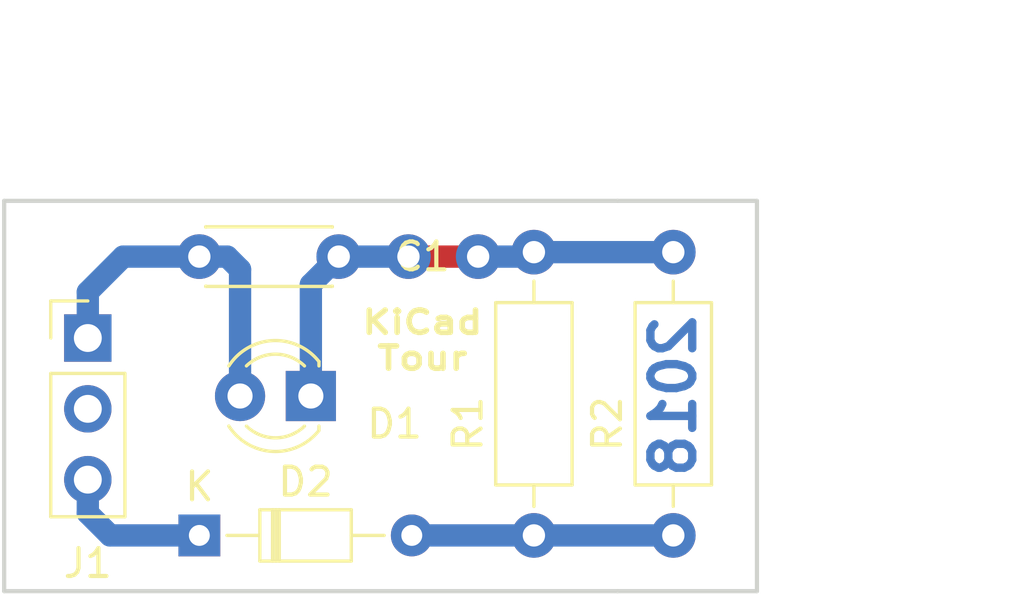
<source format=kicad_pcb>
(kicad_pcb (version 20171130) (host pcbnew "(5.0.0)")

  (general
    (thickness 1.6)
    (drawings 10)
    (tracks 20)
    (zones 0)
    (modules 6)
    (nets 6)
  )

  (page A4)
  (title_block
    (title "KiCad - Ejercicio 1")
    (date 2018-09-06)
    (rev 1)
    (company "Luis Herrera")
  )

  (layers
    (0 F.Cu signal hide)
    (31 B.Cu signal)
    (32 B.Adhes user)
    (33 F.Adhes user)
    (34 B.Paste user)
    (35 F.Paste user)
    (36 B.SilkS user)
    (37 F.SilkS user)
    (38 B.Mask user)
    (39 F.Mask user)
    (40 Dwgs.User user)
    (41 Cmts.User user)
    (42 Eco1.User user)
    (43 Eco2.User user)
    (44 Edge.Cuts user)
    (45 Margin user)
    (46 B.CrtYd user)
    (47 F.CrtYd user)
    (48 B.Fab user)
    (49 F.Fab user hide)
  )

  (setup
    (last_trace_width 0.8)
    (user_trace_width 0.8)
    (user_trace_width 1)
    (user_trace_width 1.5)
    (trace_clearance 0.8)
    (zone_clearance 0.508)
    (zone_45_only no)
    (trace_min 0.2)
    (segment_width 0.2)
    (edge_width 0.15)
    (via_size 1.6)
    (via_drill 0.8)
    (via_min_size 0.4)
    (via_min_drill 0.3)
    (user_via 1.6 0.8)
    (uvia_size 0.3)
    (uvia_drill 0.1)
    (uvias_allowed no)
    (uvia_min_size 0.2)
    (uvia_min_drill 0.1)
    (pcb_text_width 0.3)
    (pcb_text_size 1.5 1.5)
    (mod_edge_width 0.15)
    (mod_text_size 1 1)
    (mod_text_width 0.15)
    (pad_size 1.524 1.524)
    (pad_drill 0.762)
    (pad_to_mask_clearance 0.2)
    (aux_axis_origin 0 0)
    (visible_elements FFFFFF3F)
    (pcbplotparams
      (layerselection 0x010fc_ffffffff)
      (usegerberextensions false)
      (usegerberattributes false)
      (usegerberadvancedattributes false)
      (creategerberjobfile false)
      (excludeedgelayer true)
      (linewidth 0.100000)
      (plotframeref false)
      (viasonmask false)
      (mode 1)
      (useauxorigin false)
      (hpglpennumber 1)
      (hpglpenspeed 20)
      (hpglpendiameter 15.000000)
      (psnegative false)
      (psa4output false)
      (plotreference true)
      (plotvalue true)
      (plotinvisibletext false)
      (padsonsilk false)
      (subtractmaskfromsilk false)
      (outputformat 1)
      (mirror false)
      (drillshape 1)
      (scaleselection 1)
      (outputdirectory ""))
  )

  (net 0 "")
  (net 1 "Net-(C1-Pad1)")
  (net 2 "Net-(C1-Pad2)")
  (net 3 "Net-(D2-Pad1)")
  (net 4 "Net-(D2-Pad2)")
  (net 5 "Net-(J1-Pad2)")

  (net_class Default "Esta es la clase de red por defecto."
    (clearance 0.8)
    (trace_width 0.8)
    (via_dia 1.6)
    (via_drill 0.8)
    (uvia_dia 0.3)
    (uvia_drill 0.1)
    (add_net "Net-(C1-Pad1)")
    (add_net "Net-(C1-Pad2)")
    (add_net "Net-(D2-Pad1)")
    (add_net "Net-(D2-Pad2)")
    (add_net "Net-(J1-Pad2)")
  )

  (module LED_THT:LED_D3.0mm (layer F.Cu) (tedit 587A3A7B) (tstamp 5B9DF85F)
    (at 125 95 180)
    (descr "LED, diameter 3.0mm, 2 pins")
    (tags "LED diameter 3.0mm 2 pins")
    (path /5B8DDC38)
    (fp_text reference D1 (at -3 -1 180) (layer F.SilkS)
      (effects (font (size 1 1) (thickness 0.15)))
    )
    (fp_text value LED (at 1.27 2.96 180) (layer F.Fab)
      (effects (font (size 1 1) (thickness 0.15)))
    )
    (fp_arc (start 1.27 0) (end -0.23 -1.16619) (angle 284.3) (layer F.Fab) (width 0.1))
    (fp_arc (start 1.27 0) (end -0.29 -1.235516) (angle 108.8) (layer F.SilkS) (width 0.12))
    (fp_arc (start 1.27 0) (end -0.29 1.235516) (angle -108.8) (layer F.SilkS) (width 0.12))
    (fp_arc (start 1.27 0) (end 0.229039 -1.08) (angle 87.9) (layer F.SilkS) (width 0.12))
    (fp_arc (start 1.27 0) (end 0.229039 1.08) (angle -87.9) (layer F.SilkS) (width 0.12))
    (fp_circle (center 1.27 0) (end 2.77 0) (layer F.Fab) (width 0.1))
    (fp_line (start -0.23 -1.16619) (end -0.23 1.16619) (layer F.Fab) (width 0.1))
    (fp_line (start -0.29 -1.236) (end -0.29 -1.08) (layer F.SilkS) (width 0.12))
    (fp_line (start -0.29 1.08) (end -0.29 1.236) (layer F.SilkS) (width 0.12))
    (fp_line (start -1.15 -2.25) (end -1.15 2.25) (layer F.CrtYd) (width 0.05))
    (fp_line (start -1.15 2.25) (end 3.7 2.25) (layer F.CrtYd) (width 0.05))
    (fp_line (start 3.7 2.25) (end 3.7 -2.25) (layer F.CrtYd) (width 0.05))
    (fp_line (start 3.7 -2.25) (end -1.15 -2.25) (layer F.CrtYd) (width 0.05))
    (pad 1 thru_hole rect (at 0 0 180) (size 1.8 1.8) (drill 0.9) (layers *.Cu *.Mask)
      (net 1 "Net-(C1-Pad1)"))
    (pad 2 thru_hole circle (at 2.54 0 180) (size 1.8 1.8) (drill 0.9) (layers *.Cu *.Mask)
      (net 2 "Net-(C1-Pad2)"))
    (model ${KISYS3DMOD}/LED_THT.3dshapes/LED_D3.0mm.wrl
      (at (xyz 0 0 0))
      (scale (xyz 1 1 1))
      (rotate (xyz 0 0 0))
    )
  )

  (module Diode_THT:D_DO-34_SOD68_P7.62mm_Horizontal (layer F.Cu) (tedit 5AE50CD5) (tstamp 5B9DF87E)
    (at 121 100)
    (descr "Diode, DO-34_SOD68 series, Axial, Horizontal, pin pitch=7.62mm, , length*diameter=3.04*1.6mm^2, , https://www.nxp.com/docs/en/data-sheet/KTY83_SER.pdf")
    (tags "Diode DO-34_SOD68 series Axial Horizontal pin pitch 7.62mm  length 3.04mm diameter 1.6mm")
    (path /5B8DE149)
    (fp_text reference D2 (at 3.81 -1.92) (layer F.SilkS)
      (effects (font (size 1 1) (thickness 0.15)))
    )
    (fp_text value D (at 3.81 1.92) (layer F.Fab)
      (effects (font (size 1 1) (thickness 0.15)))
    )
    (fp_line (start 2.29 -0.8) (end 2.29 0.8) (layer F.Fab) (width 0.1))
    (fp_line (start 2.29 0.8) (end 5.33 0.8) (layer F.Fab) (width 0.1))
    (fp_line (start 5.33 0.8) (end 5.33 -0.8) (layer F.Fab) (width 0.1))
    (fp_line (start 5.33 -0.8) (end 2.29 -0.8) (layer F.Fab) (width 0.1))
    (fp_line (start 0 0) (end 2.29 0) (layer F.Fab) (width 0.1))
    (fp_line (start 7.62 0) (end 5.33 0) (layer F.Fab) (width 0.1))
    (fp_line (start 2.746 -0.8) (end 2.746 0.8) (layer F.Fab) (width 0.1))
    (fp_line (start 2.846 -0.8) (end 2.846 0.8) (layer F.Fab) (width 0.1))
    (fp_line (start 2.646 -0.8) (end 2.646 0.8) (layer F.Fab) (width 0.1))
    (fp_line (start 2.17 -0.92) (end 2.17 0.92) (layer F.SilkS) (width 0.12))
    (fp_line (start 2.17 0.92) (end 5.45 0.92) (layer F.SilkS) (width 0.12))
    (fp_line (start 5.45 0.92) (end 5.45 -0.92) (layer F.SilkS) (width 0.12))
    (fp_line (start 5.45 -0.92) (end 2.17 -0.92) (layer F.SilkS) (width 0.12))
    (fp_line (start 0.99 0) (end 2.17 0) (layer F.SilkS) (width 0.12))
    (fp_line (start 6.63 0) (end 5.45 0) (layer F.SilkS) (width 0.12))
    (fp_line (start 2.746 -0.92) (end 2.746 0.92) (layer F.SilkS) (width 0.12))
    (fp_line (start 2.866 -0.92) (end 2.866 0.92) (layer F.SilkS) (width 0.12))
    (fp_line (start 2.626 -0.92) (end 2.626 0.92) (layer F.SilkS) (width 0.12))
    (fp_line (start -1 -1.05) (end -1 1.05) (layer F.CrtYd) (width 0.05))
    (fp_line (start -1 1.05) (end 8.63 1.05) (layer F.CrtYd) (width 0.05))
    (fp_line (start 8.63 1.05) (end 8.63 -1.05) (layer F.CrtYd) (width 0.05))
    (fp_line (start 8.63 -1.05) (end -1 -1.05) (layer F.CrtYd) (width 0.05))
    (fp_text user %R (at 4.038 0) (layer F.Fab)
      (effects (font (size 0.608 0.608) (thickness 0.0912)))
    )
    (fp_text user K (at 0 -1.75) (layer F.Fab)
      (effects (font (size 1 1) (thickness 0.15)))
    )
    (fp_text user K (at 0 -1.75) (layer F.SilkS)
      (effects (font (size 1 1) (thickness 0.15)))
    )
    (pad 1 thru_hole rect (at 0 0) (size 1.5 1.5) (drill 0.75) (layers *.Cu *.Mask)
      (net 3 "Net-(D2-Pad1)"))
    (pad 2 thru_hole oval (at 7.62 0) (size 1.5 1.5) (drill 0.75) (layers *.Cu *.Mask)
      (net 4 "Net-(D2-Pad2)"))
    (model ${KISYS3DMOD}/Diode_THT.3dshapes/D_DO-34_SOD68_P7.62mm_Horizontal.wrl
      (at (xyz 0 0 0))
      (scale (xyz 1 1 1))
      (rotate (xyz 0 0 0))
    )
  )

  (module Connector_PinHeader_2.54mm:PinHeader_1x03_P2.54mm_Vertical (layer F.Cu) (tedit 59FED5CC) (tstamp 5B9DFECD)
    (at 117 92.92)
    (descr "Through hole straight pin header, 1x03, 2.54mm pitch, single row")
    (tags "Through hole pin header THT 1x03 2.54mm single row")
    (path /5B8DD91A)
    (fp_text reference J1 (at 0 8.08) (layer F.SilkS)
      (effects (font (size 1 1) (thickness 0.15)))
    )
    (fp_text value Conn_01x03 (at -2 14.08) (layer F.Fab)
      (effects (font (size 1 1) (thickness 0.15)))
    )
    (fp_line (start -0.635 -1.27) (end 1.27 -1.27) (layer F.Fab) (width 0.1))
    (fp_line (start 1.27 -1.27) (end 1.27 6.35) (layer F.Fab) (width 0.1))
    (fp_line (start 1.27 6.35) (end -1.27 6.35) (layer F.Fab) (width 0.1))
    (fp_line (start -1.27 6.35) (end -1.27 -0.635) (layer F.Fab) (width 0.1))
    (fp_line (start -1.27 -0.635) (end -0.635 -1.27) (layer F.Fab) (width 0.1))
    (fp_line (start -1.33 6.41) (end 1.33 6.41) (layer F.SilkS) (width 0.12))
    (fp_line (start -1.33 1.27) (end -1.33 6.41) (layer F.SilkS) (width 0.12))
    (fp_line (start 1.33 1.27) (end 1.33 6.41) (layer F.SilkS) (width 0.12))
    (fp_line (start -1.33 1.27) (end 1.33 1.27) (layer F.SilkS) (width 0.12))
    (fp_line (start -1.33 0) (end -1.33 -1.33) (layer F.SilkS) (width 0.12))
    (fp_line (start -1.33 -1.33) (end 0 -1.33) (layer F.SilkS) (width 0.12))
    (fp_line (start -1.8 -1.8) (end -1.8 6.85) (layer F.CrtYd) (width 0.05))
    (fp_line (start -1.8 6.85) (end 1.8 6.85) (layer F.CrtYd) (width 0.05))
    (fp_line (start 1.8 6.85) (end 1.8 -1.8) (layer F.CrtYd) (width 0.05))
    (fp_line (start 1.8 -1.8) (end -1.8 -1.8) (layer F.CrtYd) (width 0.05))
    (fp_text user %R (at 0 2.54 90) (layer F.Fab)
      (effects (font (size 1 1) (thickness 0.15)))
    )
    (pad 1 thru_hole rect (at 0 0) (size 1.7 1.7) (drill 1) (layers *.Cu *.Mask)
      (net 2 "Net-(C1-Pad2)"))
    (pad 2 thru_hole oval (at 0 2.54) (size 1.7 1.7) (drill 1) (layers *.Cu *.Mask)
      (net 5 "Net-(J1-Pad2)"))
    (pad 3 thru_hole oval (at 0 5.08) (size 1.7 1.7) (drill 1) (layers *.Cu *.Mask)
      (net 3 "Net-(D2-Pad1)"))
    (model ${KISYS3DMOD}/Connector_PinHeader_2.54mm.3dshapes/PinHeader_1x03_P2.54mm_Vertical.wrl
      (at (xyz 0 0 0))
      (scale (xyz 1 1 1))
      (rotate (xyz 0 0 0))
    )
  )

  (module Resistor_THT:R_Axial_DIN0207_L6.3mm_D2.5mm_P10.16mm_Horizontal (layer F.Cu) (tedit 5AE5139B) (tstamp 5B9DF8AC)
    (at 133 100 90)
    (descr "Resistor, Axial_DIN0207 series, Axial, Horizontal, pin pitch=10.16mm, 0.25W = 1/4W, length*diameter=6.3*2.5mm^2, http://cdn-reichelt.de/documents/datenblatt/B400/1_4W%23YAG.pdf")
    (tags "Resistor Axial_DIN0207 series Axial Horizontal pin pitch 10.16mm 0.25W = 1/4W length 6.3mm diameter 2.5mm")
    (path /5B8DDF58)
    (fp_text reference R1 (at 4 -2.37 270) (layer F.SilkS)
      (effects (font (size 1 1) (thickness 0.15)))
    )
    (fp_text value R (at 5.08 2.37 90) (layer F.Fab)
      (effects (font (size 1 1) (thickness 0.15)))
    )
    (fp_line (start 1.93 -1.25) (end 1.93 1.25) (layer F.Fab) (width 0.1))
    (fp_line (start 1.93 1.25) (end 8.23 1.25) (layer F.Fab) (width 0.1))
    (fp_line (start 8.23 1.25) (end 8.23 -1.25) (layer F.Fab) (width 0.1))
    (fp_line (start 8.23 -1.25) (end 1.93 -1.25) (layer F.Fab) (width 0.1))
    (fp_line (start 0 0) (end 1.93 0) (layer F.Fab) (width 0.1))
    (fp_line (start 10.16 0) (end 8.23 0) (layer F.Fab) (width 0.1))
    (fp_line (start 1.81 -1.37) (end 1.81 1.37) (layer F.SilkS) (width 0.12))
    (fp_line (start 1.81 1.37) (end 8.35 1.37) (layer F.SilkS) (width 0.12))
    (fp_line (start 8.35 1.37) (end 8.35 -1.37) (layer F.SilkS) (width 0.12))
    (fp_line (start 8.35 -1.37) (end 1.81 -1.37) (layer F.SilkS) (width 0.12))
    (fp_line (start 1.04 0) (end 1.81 0) (layer F.SilkS) (width 0.12))
    (fp_line (start 9.12 0) (end 8.35 0) (layer F.SilkS) (width 0.12))
    (fp_line (start -1.05 -1.5) (end -1.05 1.5) (layer F.CrtYd) (width 0.05))
    (fp_line (start -1.05 1.5) (end 11.21 1.5) (layer F.CrtYd) (width 0.05))
    (fp_line (start 11.21 1.5) (end 11.21 -1.5) (layer F.CrtYd) (width 0.05))
    (fp_line (start 11.21 -1.5) (end -1.05 -1.5) (layer F.CrtYd) (width 0.05))
    (fp_text user %R (at 5.08 0 90) (layer F.Fab)
      (effects (font (size 1 1) (thickness 0.15)))
    )
    (pad 1 thru_hole circle (at 0 0 90) (size 1.6 1.6) (drill 0.8) (layers *.Cu *.Mask)
      (net 4 "Net-(D2-Pad2)"))
    (pad 2 thru_hole oval (at 10.16 0 90) (size 1.6 1.6) (drill 0.8) (layers *.Cu *.Mask)
      (net 1 "Net-(C1-Pad1)"))
    (model ${KISYS3DMOD}/Resistor_THT.3dshapes/R_Axial_DIN0207_L6.3mm_D2.5mm_P10.16mm_Horizontal.wrl
      (at (xyz 0 0 0))
      (scale (xyz 1 1 1))
      (rotate (xyz 0 0 0))
    )
  )

  (module Capacitor_THT:C_Disc_D4.3mm_W1.9mm_P5.00mm (layer F.Cu) (tedit 5AE50EF0) (tstamp 5B9DFA3E)
    (at 126 90 180)
    (descr "C, Disc series, Radial, pin pitch=5.00mm, , diameter*width=4.3*1.9mm^2, Capacitor, http://www.vishay.com/docs/45233/krseries.pdf")
    (tags "C Disc series Radial pin pitch 5.00mm  diameter 4.3mm width 1.9mm Capacitor")
    (path /5B8DDE72)
    (fp_text reference C1 (at -3 0 180) (layer F.SilkS)
      (effects (font (size 1 1) (thickness 0.15)))
    )
    (fp_text value C (at 2.5 2.2 180) (layer F.Fab)
      (effects (font (size 1 1) (thickness 0.15)))
    )
    (fp_line (start 0.35 -0.95) (end 0.35 0.95) (layer F.Fab) (width 0.1))
    (fp_line (start 0.35 0.95) (end 4.65 0.95) (layer F.Fab) (width 0.1))
    (fp_line (start 4.65 0.95) (end 4.65 -0.95) (layer F.Fab) (width 0.1))
    (fp_line (start 4.65 -0.95) (end 0.35 -0.95) (layer F.Fab) (width 0.1))
    (fp_line (start 0.23 -1.07) (end 4.77 -1.07) (layer F.SilkS) (width 0.12))
    (fp_line (start 0.23 1.07) (end 4.77 1.07) (layer F.SilkS) (width 0.12))
    (fp_line (start 0.23 -1.07) (end 0.23 -1.055) (layer F.SilkS) (width 0.12))
    (fp_line (start 0.23 1.055) (end 0.23 1.07) (layer F.SilkS) (width 0.12))
    (fp_line (start 4.77 -1.07) (end 4.77 -1.055) (layer F.SilkS) (width 0.12))
    (fp_line (start 4.77 1.055) (end 4.77 1.07) (layer F.SilkS) (width 0.12))
    (fp_line (start -1.05 -1.2) (end -1.05 1.2) (layer F.CrtYd) (width 0.05))
    (fp_line (start -1.05 1.2) (end 6.05 1.2) (layer F.CrtYd) (width 0.05))
    (fp_line (start 6.05 1.2) (end 6.05 -1.2) (layer F.CrtYd) (width 0.05))
    (fp_line (start 6.05 -1.2) (end -1.05 -1.2) (layer F.CrtYd) (width 0.05))
    (fp_text user %R (at -1.875001 0 180) (layer F.Fab)
      (effects (font (size 0.86 0.86) (thickness 0.129)))
    )
    (pad 1 thru_hole circle (at 0 0 180) (size 1.6 1.6) (drill 0.8) (layers *.Cu *.Mask)
      (net 1 "Net-(C1-Pad1)"))
    (pad 2 thru_hole circle (at 5 0 180) (size 1.6 1.6) (drill 0.8) (layers *.Cu *.Mask)
      (net 2 "Net-(C1-Pad2)"))
    (model ${KISYS3DMOD}/Capacitor_THT.3dshapes/C_Disc_D4.3mm_W1.9mm_P5.00mm.wrl
      (at (xyz 0 0 0))
      (scale (xyz 1 1 1))
      (rotate (xyz 0 0 0))
    )
  )

  (module Resistor_THT:R_Axial_DIN0207_L6.3mm_D2.5mm_P10.16mm_Horizontal (layer F.Cu) (tedit 5AE5139B) (tstamp 5B9DFFBB)
    (at 138 100 90)
    (descr "Resistor, Axial_DIN0207 series, Axial, Horizontal, pin pitch=10.16mm, 0.25W = 1/4W, length*diameter=6.3*2.5mm^2, http://cdn-reichelt.de/documents/datenblatt/B400/1_4W%23YAG.pdf")
    (tags "Resistor Axial_DIN0207 series Axial Horizontal pin pitch 10.16mm 0.25W = 1/4W length 6.3mm diameter 2.5mm")
    (path /5B91CABC)
    (fp_text reference R2 (at 4 -2.37 90) (layer F.SilkS)
      (effects (font (size 1 1) (thickness 0.15)))
    )
    (fp_text value R (at 5.08 2.37 90) (layer F.Fab)
      (effects (font (size 1 1) (thickness 0.15)))
    )
    (fp_line (start 1.93 -1.25) (end 1.93 1.25) (layer F.Fab) (width 0.1))
    (fp_line (start 1.93 1.25) (end 8.23 1.25) (layer F.Fab) (width 0.1))
    (fp_line (start 8.23 1.25) (end 8.23 -1.25) (layer F.Fab) (width 0.1))
    (fp_line (start 8.23 -1.25) (end 1.93 -1.25) (layer F.Fab) (width 0.1))
    (fp_line (start 0 0) (end 1.93 0) (layer F.Fab) (width 0.1))
    (fp_line (start 10.16 0) (end 8.23 0) (layer F.Fab) (width 0.1))
    (fp_line (start 1.81 -1.37) (end 1.81 1.37) (layer F.SilkS) (width 0.12))
    (fp_line (start 1.81 1.37) (end 8.35 1.37) (layer F.SilkS) (width 0.12))
    (fp_line (start 8.35 1.37) (end 8.35 -1.37) (layer F.SilkS) (width 0.12))
    (fp_line (start 8.35 -1.37) (end 1.81 -1.37) (layer F.SilkS) (width 0.12))
    (fp_line (start 1.04 0) (end 1.81 0) (layer F.SilkS) (width 0.12))
    (fp_line (start 9.12 0) (end 8.35 0) (layer F.SilkS) (width 0.12))
    (fp_line (start -1.05 -1.5) (end -1.05 1.5) (layer F.CrtYd) (width 0.05))
    (fp_line (start -1.05 1.5) (end 11.21 1.5) (layer F.CrtYd) (width 0.05))
    (fp_line (start 11.21 1.5) (end 11.21 -1.5) (layer F.CrtYd) (width 0.05))
    (fp_line (start 11.21 -1.5) (end -1.05 -1.5) (layer F.CrtYd) (width 0.05))
    (fp_text user %R (at 5.08 0 90) (layer F.Fab)
      (effects (font (size 1 1) (thickness 0.15)))
    )
    (pad 1 thru_hole circle (at 0 0 90) (size 1.6 1.6) (drill 0.8) (layers *.Cu *.Mask)
      (net 4 "Net-(D2-Pad2)"))
    (pad 2 thru_hole oval (at 10.16 0 90) (size 1.6 1.6) (drill 0.8) (layers *.Cu *.Mask)
      (net 1 "Net-(C1-Pad1)"))
    (model ${KISYS3DMOD}/Resistor_THT.3dshapes/R_Axial_DIN0207_L6.3mm_D2.5mm_P10.16mm_Horizontal.wrl
      (at (xyz 0 0 0))
      (scale (xyz 1 1 1))
      (rotate (xyz 0 0 0))
    )
  )

  (gr_text 2018 (at 138 95 90) (layer B.Cu)
    (effects (font (size 1.5 1.5) (thickness 0.3)) (justify mirror))
  )
  (gr_line (start 141 88) (end 136 88) (layer Edge.Cuts) (width 0.15))
  (gr_line (start 136 102) (end 141 102) (layer Edge.Cuts) (width 0.15))
  (gr_text "KiCad\nTour" (at 129 93) (layer F.SilkS)
    (effects (font (size 0.8 1) (thickness 0.2)))
  )
  (dimension 14 (width 0.3) (layer Dwgs.User)
    (gr_text "14,000 mm" (at 148.654418 95 270) (layer Dwgs.User)
      (effects (font (size 1.5 1.5) (thickness 0.3)))
    )
    (feature1 (pts (xy 141.554418 102) (xy 147.140839 102)))
    (feature2 (pts (xy 141.554418 88) (xy 147.140839 88)))
    (crossbar (pts (xy 146.554418 88) (xy 146.554418 102)))
    (arrow1a (pts (xy 146.554418 102) (xy 145.967997 100.873496)))
    (arrow1b (pts (xy 146.554418 102) (xy 147.140839 100.873496)))
    (arrow2a (pts (xy 146.554418 88) (xy 145.967997 89.126504)))
    (arrow2b (pts (xy 146.554418 88) (xy 147.140839 89.126504)))
  )
  (dimension 27 (width 0.3) (layer Dwgs.User)
    (gr_text "27,000 mm" (at 127.5 81.9) (layer Dwgs.User)
      (effects (font (size 1.5 1.5) (thickness 0.3)))
    )
    (feature1 (pts (xy 141 88) (xy 141 83.413579)))
    (feature2 (pts (xy 114 88) (xy 114 83.413579)))
    (crossbar (pts (xy 114 84) (xy 141 84)))
    (arrow1a (pts (xy 141 84) (xy 139.873496 84.586421)))
    (arrow1b (pts (xy 141 84) (xy 139.873496 83.413579)))
    (arrow2a (pts (xy 114 84) (xy 115.126504 84.586421)))
    (arrow2b (pts (xy 114 84) (xy 115.126504 83.413579)))
  )
  (gr_line (start 114 102) (end 114 88) (layer Edge.Cuts) (width 0.15))
  (gr_line (start 136 102) (end 114 102) (layer Edge.Cuts) (width 0.15))
  (gr_line (start 141 88) (end 141 102) (layer Edge.Cuts) (width 0.15))
  (gr_line (start 114 88) (end 136 88) (layer Edge.Cuts) (width 0.15))

  (segment (start 125 91) (end 126 90) (width 0.8) (layer B.Cu) (net 1))
  (segment (start 125 95) (end 125 91) (width 0.8) (layer B.Cu) (net 1))
  (via (at 128.5 90) (size 1.6) (drill 0.8) (layers F.Cu B.Cu) (net 1))
  (segment (start 126 90) (end 128.5 90) (width 0.8) (layer B.Cu) (net 1))
  (via (at 131 90) (size 1.6) (drill 0.8) (layers F.Cu B.Cu) (net 1))
  (segment (start 128.5 90) (end 131 90) (width 0.8) (layer F.Cu) (net 1))
  (segment (start 132.84 90) (end 133 89.84) (width 0.8) (layer B.Cu) (net 1))
  (segment (start 131 90) (end 132.84 90) (width 0.8) (layer B.Cu) (net 1))
  (segment (start 133 89.84) (end 138 89.84) (width 0.8) (layer B.Cu) (net 1))
  (segment (start 117 91.27) (end 118.27 90) (width 0.8) (layer B.Cu) (net 2))
  (segment (start 117 92.92) (end 117 91.27) (width 0.8) (layer B.Cu) (net 2))
  (segment (start 118.27 90) (end 121 90) (width 0.8) (layer B.Cu) (net 2))
  (segment (start 122.46 95) (end 122.46 90.46) (width 0.8) (layer B.Cu) (net 2))
  (segment (start 122.46 90.46) (end 122 90) (width 0.8) (layer B.Cu) (net 2))
  (segment (start 122 90) (end 121 90) (width 0.8) (layer B.Cu) (net 2))
  (segment (start 117 99.202081) (end 117.797919 100) (width 0.8) (layer B.Cu) (net 3))
  (segment (start 117 98) (end 117 99.202081) (width 0.8) (layer B.Cu) (net 3))
  (segment (start 117.797919 100) (end 121 100) (width 0.8) (layer B.Cu) (net 3))
  (segment (start 128.62 100) (end 133 100) (width 0.8) (layer B.Cu) (net 4))
  (segment (start 133 100) (end 138 100) (width 0.8) (layer B.Cu) (net 4))

)

</source>
